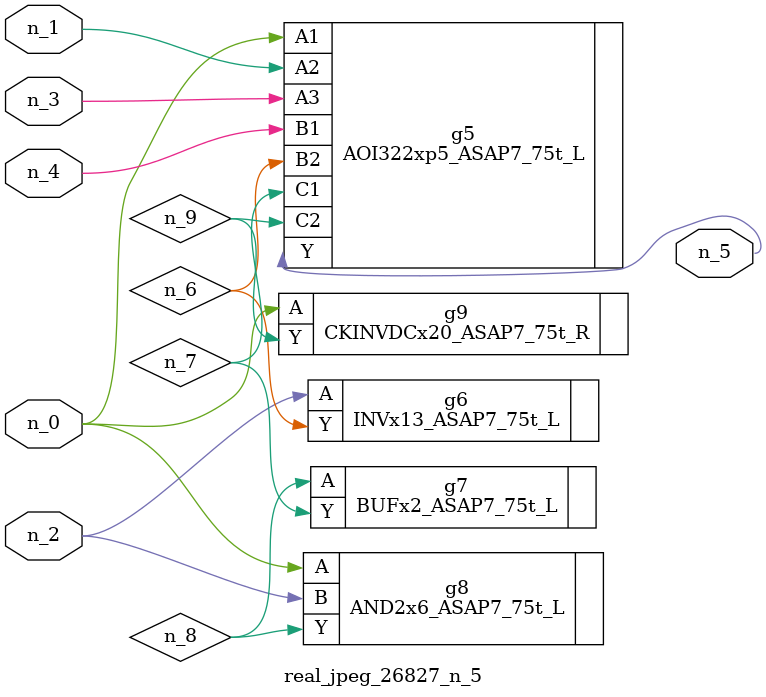
<source format=v>
module real_jpeg_26827_n_5 (n_4, n_0, n_1, n_2, n_3, n_5);

input n_4;
input n_0;
input n_1;
input n_2;
input n_3;

output n_5;

wire n_8;
wire n_6;
wire n_7;
wire n_9;

AOI322xp5_ASAP7_75t_L g5 ( 
.A1(n_0),
.A2(n_1),
.A3(n_3),
.B1(n_4),
.B2(n_6),
.C1(n_7),
.C2(n_9),
.Y(n_5)
);

AND2x6_ASAP7_75t_L g8 ( 
.A(n_0),
.B(n_2),
.Y(n_8)
);

CKINVDCx20_ASAP7_75t_R g9 ( 
.A(n_0),
.Y(n_9)
);

INVx13_ASAP7_75t_L g6 ( 
.A(n_2),
.Y(n_6)
);

BUFx2_ASAP7_75t_L g7 ( 
.A(n_8),
.Y(n_7)
);


endmodule
</source>
